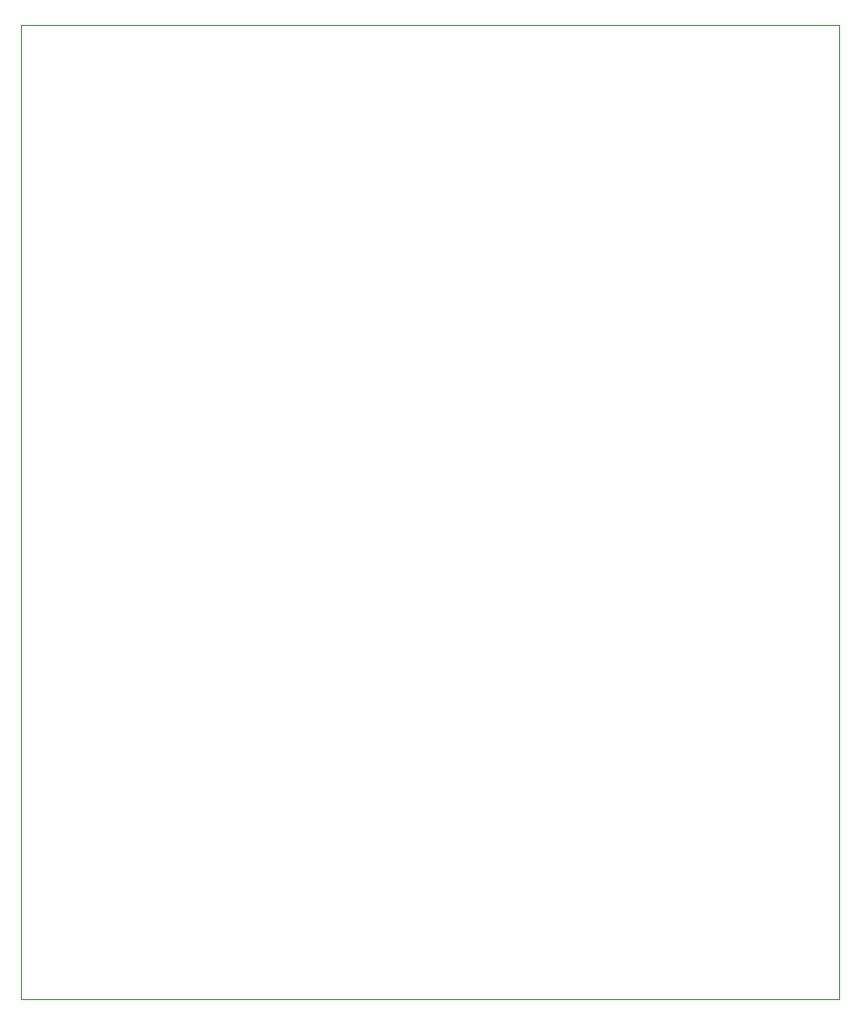
<source format=gm1>
%TF.GenerationSoftware,KiCad,Pcbnew,7.0.7*%
%TF.CreationDate,2024-09-01T12:40:49+02:00*%
%TF.ProjectId,main,6d61696e-2e6b-4696-9361-645f70636258,rev?*%
%TF.SameCoordinates,Original*%
%TF.FileFunction,Profile,NP*%
%FSLAX46Y46*%
G04 Gerber Fmt 4.6, Leading zero omitted, Abs format (unit mm)*
G04 Created by KiCad (PCBNEW 7.0.7) date 2024-09-01 12:40:49*
%MOMM*%
%LPD*%
G01*
G04 APERTURE LIST*
%TA.AperFunction,Profile*%
%ADD10C,0.100000*%
%TD*%
G04 APERTURE END LIST*
D10*
X84477500Y-65501000D02*
X154075000Y-65501000D01*
X154075000Y-148294000D01*
X84477500Y-148294000D01*
X84477500Y-65501000D01*
M02*

</source>
